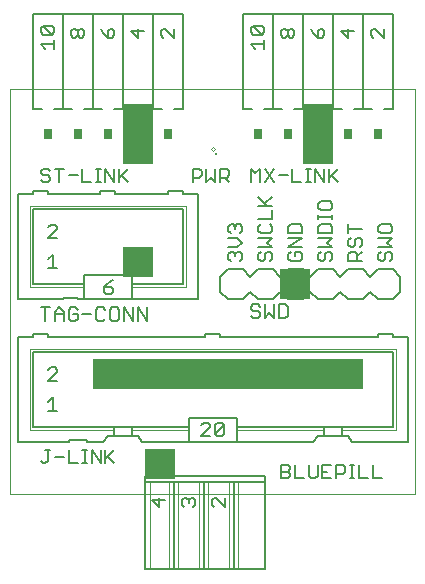
<source format=gto>
G75*
%MOIN*%
%OFA0B0*%
%FSLAX25Y25*%
%IPPOS*%
%LPD*%
%AMOC8*
5,1,8,0,0,1.08239X$1,22.5*
%
%ADD10C,0.00000*%
%ADD11C,0.00500*%
%ADD12R,0.10000X0.10000*%
%ADD13R,0.90000X0.10000*%
%ADD14R,0.10000X0.20000*%
%ADD15C,0.00600*%
%ADD16C,0.00200*%
%ADD17R,0.02600X0.03200*%
%ADD18C,0.00250*%
%ADD19C,0.00984*%
D10*
X0014500Y0026300D02*
X0149500Y0026300D01*
X0149500Y0161300D01*
X0014500Y0161300D01*
X0014500Y0026300D01*
D11*
X0025501Y0036550D02*
X0026251Y0036550D01*
X0027002Y0037301D01*
X0027002Y0041054D01*
X0026251Y0041054D02*
X0027753Y0041054D01*
X0029354Y0038802D02*
X0032356Y0038802D01*
X0033958Y0041054D02*
X0033958Y0036550D01*
X0036960Y0036550D01*
X0038562Y0036550D02*
X0040063Y0036550D01*
X0039312Y0036550D02*
X0039312Y0041054D01*
X0038562Y0041054D02*
X0040063Y0041054D01*
X0041631Y0041054D02*
X0044634Y0036550D01*
X0044634Y0041054D01*
X0046235Y0041054D02*
X0046235Y0036550D01*
X0046235Y0038051D02*
X0049238Y0041054D01*
X0046986Y0038802D02*
X0049238Y0036550D01*
X0041631Y0036550D02*
X0041631Y0041054D01*
X0030253Y0054050D02*
X0027250Y0054050D01*
X0028751Y0054050D02*
X0028751Y0058554D01*
X0027250Y0057053D01*
X0027250Y0064050D02*
X0030253Y0067053D01*
X0030253Y0067803D01*
X0029502Y0068554D01*
X0028001Y0068554D01*
X0027250Y0067803D01*
X0027250Y0064050D02*
X0030253Y0064050D01*
X0029354Y0084050D02*
X0029354Y0087053D01*
X0030855Y0088554D01*
X0032356Y0087053D01*
X0032356Y0084050D01*
X0033958Y0084801D02*
X0034708Y0084050D01*
X0036210Y0084050D01*
X0036960Y0084801D01*
X0036960Y0086302D01*
X0035459Y0086302D01*
X0033958Y0087803D02*
X0033958Y0084801D01*
X0032356Y0086302D02*
X0029354Y0086302D01*
X0027753Y0088554D02*
X0024750Y0088554D01*
X0026251Y0088554D02*
X0026251Y0084050D01*
X0033958Y0087803D02*
X0034708Y0088554D01*
X0036210Y0088554D01*
X0036960Y0087803D01*
X0038562Y0086302D02*
X0041564Y0086302D01*
X0043166Y0087803D02*
X0043166Y0084801D01*
X0043916Y0084050D01*
X0045418Y0084050D01*
X0046168Y0084801D01*
X0047770Y0084801D02*
X0048520Y0084050D01*
X0050022Y0084050D01*
X0050772Y0084801D01*
X0050772Y0087803D01*
X0050022Y0088554D01*
X0048520Y0088554D01*
X0047770Y0087803D01*
X0047770Y0084801D01*
X0046168Y0087803D02*
X0045418Y0088554D01*
X0043916Y0088554D01*
X0043166Y0087803D01*
X0046501Y0093050D02*
X0048002Y0093050D01*
X0048753Y0093801D01*
X0048753Y0094551D01*
X0048002Y0095302D01*
X0045750Y0095302D01*
X0045750Y0093801D01*
X0046501Y0093050D01*
X0045750Y0095302D02*
X0047251Y0096803D01*
X0048753Y0097554D01*
X0052374Y0088554D02*
X0055376Y0084050D01*
X0055376Y0088554D01*
X0056977Y0088554D02*
X0059980Y0084050D01*
X0059980Y0088554D01*
X0056977Y0088554D02*
X0056977Y0084050D01*
X0052374Y0084050D02*
X0052374Y0088554D01*
X0030253Y0101550D02*
X0027250Y0101550D01*
X0028751Y0101550D02*
X0028751Y0106054D01*
X0027250Y0104553D01*
X0027250Y0111550D02*
X0030253Y0114553D01*
X0030253Y0115303D01*
X0029502Y0116054D01*
X0028001Y0116054D01*
X0027250Y0115303D01*
X0027250Y0111550D02*
X0030253Y0111550D01*
X0030855Y0130300D02*
X0030855Y0134804D01*
X0029354Y0134804D02*
X0032356Y0134804D01*
X0033958Y0132552D02*
X0036960Y0132552D01*
X0038562Y0134804D02*
X0038562Y0130300D01*
X0041564Y0130300D01*
X0043166Y0130300D02*
X0044667Y0130300D01*
X0043916Y0130300D02*
X0043916Y0134804D01*
X0043166Y0134804D02*
X0044667Y0134804D01*
X0046235Y0134804D02*
X0049238Y0130300D01*
X0049238Y0134804D01*
X0050839Y0134804D02*
X0050839Y0130300D01*
X0050839Y0131801D02*
X0053841Y0134804D01*
X0051590Y0132552D02*
X0053841Y0130300D01*
X0046235Y0130300D02*
X0046235Y0134804D01*
X0027753Y0134053D02*
X0027002Y0134804D01*
X0025501Y0134804D01*
X0024750Y0134053D01*
X0024750Y0133303D01*
X0025501Y0132552D01*
X0027002Y0132552D01*
X0027753Y0131801D01*
X0027753Y0131051D01*
X0027002Y0130300D01*
X0025501Y0130300D01*
X0024750Y0131051D01*
X0026247Y0174842D02*
X0024746Y0176343D01*
X0029250Y0176343D01*
X0029250Y0174842D02*
X0029250Y0177845D01*
X0028499Y0179446D02*
X0025497Y0182449D01*
X0028499Y0182449D01*
X0029250Y0181698D01*
X0029250Y0180197D01*
X0028499Y0179446D01*
X0025497Y0179446D01*
X0024746Y0180197D01*
X0024746Y0181698D01*
X0025497Y0182449D01*
X0034746Y0180698D02*
X0034746Y0179197D01*
X0035497Y0178446D01*
X0036247Y0178446D01*
X0036998Y0179197D01*
X0036998Y0180698D01*
X0037749Y0181449D01*
X0038499Y0181449D01*
X0039250Y0180698D01*
X0039250Y0179197D01*
X0038499Y0178446D01*
X0037749Y0178446D01*
X0036998Y0179197D01*
X0036998Y0180698D02*
X0036247Y0181449D01*
X0035497Y0181449D01*
X0034746Y0180698D01*
X0044746Y0181449D02*
X0045497Y0179947D01*
X0046998Y0178446D01*
X0046998Y0180698D01*
X0047749Y0181449D01*
X0048499Y0181449D01*
X0049250Y0180698D01*
X0049250Y0179197D01*
X0048499Y0178446D01*
X0046998Y0178446D01*
X0054746Y0180698D02*
X0056998Y0178446D01*
X0056998Y0181449D01*
X0059250Y0180698D02*
X0054746Y0180698D01*
X0064746Y0180698D02*
X0064746Y0179197D01*
X0065497Y0178446D01*
X0064746Y0180698D02*
X0065497Y0181449D01*
X0066247Y0181449D01*
X0069250Y0178446D01*
X0069250Y0181449D01*
X0094746Y0181698D02*
X0095497Y0182449D01*
X0098499Y0179446D01*
X0099250Y0180197D01*
X0099250Y0181698D01*
X0098499Y0182449D01*
X0095497Y0182449D01*
X0094746Y0181698D02*
X0094746Y0180197D01*
X0095497Y0179446D01*
X0098499Y0179446D01*
X0099250Y0177845D02*
X0099250Y0174842D01*
X0099250Y0176343D02*
X0094746Y0176343D01*
X0096247Y0174842D01*
X0104746Y0179197D02*
X0104746Y0180698D01*
X0105497Y0181449D01*
X0106247Y0181449D01*
X0106998Y0180698D01*
X0106998Y0179197D01*
X0106247Y0178446D01*
X0105497Y0178446D01*
X0104746Y0179197D01*
X0106998Y0179197D02*
X0107749Y0178446D01*
X0108499Y0178446D01*
X0109250Y0179197D01*
X0109250Y0180698D01*
X0108499Y0181449D01*
X0107749Y0181449D01*
X0106998Y0180698D01*
X0114746Y0181449D02*
X0115497Y0179947D01*
X0116998Y0178446D01*
X0116998Y0180698D01*
X0117749Y0181449D01*
X0118499Y0181449D01*
X0119250Y0180698D01*
X0119250Y0179197D01*
X0118499Y0178446D01*
X0116998Y0178446D01*
X0124746Y0180698D02*
X0126998Y0178446D01*
X0126998Y0181449D01*
X0129250Y0180698D02*
X0124746Y0180698D01*
X0134746Y0180698D02*
X0134746Y0179197D01*
X0135497Y0178446D01*
X0134746Y0180698D02*
X0135497Y0181449D01*
X0136247Y0181449D01*
X0139250Y0178446D01*
X0139250Y0181449D01*
X0123841Y0134804D02*
X0120839Y0131801D01*
X0121590Y0132552D02*
X0123841Y0130300D01*
X0120839Y0130300D02*
X0120839Y0134804D01*
X0119238Y0134804D02*
X0119238Y0130300D01*
X0116235Y0134804D01*
X0116235Y0130300D01*
X0114667Y0130300D02*
X0113166Y0130300D01*
X0113916Y0130300D02*
X0113916Y0134804D01*
X0113166Y0134804D02*
X0114667Y0134804D01*
X0111564Y0130300D02*
X0108562Y0130300D01*
X0108562Y0134804D01*
X0106960Y0132552D02*
X0103958Y0132552D01*
X0102356Y0134804D02*
X0099354Y0130300D01*
X0097753Y0130300D02*
X0097753Y0134804D01*
X0096251Y0133303D01*
X0094750Y0134804D01*
X0094750Y0130300D01*
X0097246Y0125468D02*
X0100249Y0122466D01*
X0099498Y0123216D02*
X0101750Y0125468D01*
X0101750Y0122466D02*
X0097246Y0122466D01*
X0097246Y0117862D02*
X0101750Y0117862D01*
X0101750Y0120864D01*
X0100999Y0116260D02*
X0101750Y0115510D01*
X0101750Y0114008D01*
X0100999Y0113258D01*
X0097997Y0113258D01*
X0097246Y0114008D01*
X0097246Y0115510D01*
X0097997Y0116260D01*
X0097246Y0111656D02*
X0101750Y0111656D01*
X0100249Y0110155D01*
X0101750Y0108654D01*
X0097246Y0108654D01*
X0097997Y0107053D02*
X0097246Y0106302D01*
X0097246Y0104801D01*
X0097997Y0104050D01*
X0098747Y0104050D01*
X0099498Y0104801D01*
X0099498Y0106302D01*
X0100249Y0107053D01*
X0100999Y0107053D01*
X0101750Y0106302D01*
X0101750Y0104801D01*
X0100999Y0104050D01*
X0107246Y0104801D02*
X0107997Y0104050D01*
X0110999Y0104050D01*
X0111750Y0104801D01*
X0111750Y0106302D01*
X0110999Y0107053D01*
X0109498Y0107053D01*
X0109498Y0105551D01*
X0107997Y0107053D02*
X0107246Y0106302D01*
X0107246Y0104801D01*
X0107246Y0108654D02*
X0111750Y0111656D01*
X0107246Y0111656D01*
X0107246Y0113258D02*
X0107246Y0115510D01*
X0107997Y0116260D01*
X0110999Y0116260D01*
X0111750Y0115510D01*
X0111750Y0113258D01*
X0107246Y0113258D01*
X0107246Y0108654D02*
X0111750Y0108654D01*
X0117246Y0108654D02*
X0121750Y0108654D01*
X0120249Y0110155D01*
X0121750Y0111656D01*
X0117246Y0111656D01*
X0117246Y0113258D02*
X0117246Y0115510D01*
X0117997Y0116260D01*
X0120999Y0116260D01*
X0121750Y0115510D01*
X0121750Y0113258D01*
X0117246Y0113258D01*
X0117246Y0117862D02*
X0117246Y0119363D01*
X0117246Y0118612D02*
X0121750Y0118612D01*
X0121750Y0117862D02*
X0121750Y0119363D01*
X0120999Y0120931D02*
X0121750Y0121682D01*
X0121750Y0123183D01*
X0120999Y0123934D01*
X0117997Y0123934D01*
X0117246Y0123183D01*
X0117246Y0121682D01*
X0117997Y0120931D01*
X0120999Y0120931D01*
X0127246Y0116260D02*
X0127246Y0113258D01*
X0127246Y0114759D02*
X0131750Y0114759D01*
X0130999Y0111656D02*
X0131750Y0110906D01*
X0131750Y0109405D01*
X0130999Y0108654D01*
X0129498Y0109405D02*
X0129498Y0110906D01*
X0130249Y0111656D01*
X0130999Y0111656D01*
X0129498Y0109405D02*
X0128747Y0108654D01*
X0127997Y0108654D01*
X0127246Y0109405D01*
X0127246Y0110906D01*
X0127997Y0111656D01*
X0127997Y0107053D02*
X0129498Y0107053D01*
X0130249Y0106302D01*
X0130249Y0104050D01*
X0131750Y0104050D02*
X0127246Y0104050D01*
X0127246Y0106302D01*
X0127997Y0107053D01*
X0130249Y0105551D02*
X0131750Y0107053D01*
X0137246Y0106302D02*
X0137246Y0104801D01*
X0137997Y0104050D01*
X0138747Y0104050D01*
X0139498Y0104801D01*
X0139498Y0106302D01*
X0140249Y0107053D01*
X0140999Y0107053D01*
X0141750Y0106302D01*
X0141750Y0104801D01*
X0140999Y0104050D01*
X0137997Y0107053D02*
X0137246Y0106302D01*
X0137246Y0108654D02*
X0141750Y0108654D01*
X0140249Y0110155D01*
X0141750Y0111656D01*
X0137246Y0111656D01*
X0137997Y0113258D02*
X0137246Y0114008D01*
X0137246Y0115510D01*
X0137997Y0116260D01*
X0140999Y0116260D01*
X0141750Y0115510D01*
X0141750Y0114008D01*
X0140999Y0113258D01*
X0137997Y0113258D01*
X0121750Y0106302D02*
X0121750Y0104801D01*
X0120999Y0104050D01*
X0119498Y0104801D02*
X0119498Y0106302D01*
X0120249Y0107053D01*
X0120999Y0107053D01*
X0121750Y0106302D01*
X0119498Y0104801D02*
X0118747Y0104050D01*
X0117997Y0104050D01*
X0117246Y0104801D01*
X0117246Y0106302D01*
X0117997Y0107053D01*
X0106210Y0089554D02*
X0103958Y0089554D01*
X0103958Y0085050D01*
X0106210Y0085050D01*
X0106960Y0085801D01*
X0106960Y0088803D01*
X0106210Y0089554D01*
X0102356Y0089554D02*
X0102356Y0085050D01*
X0100855Y0086551D01*
X0099354Y0085050D01*
X0099354Y0089554D01*
X0097753Y0088803D02*
X0097002Y0089554D01*
X0095501Y0089554D01*
X0094750Y0088803D01*
X0094750Y0088053D01*
X0095501Y0087302D01*
X0097002Y0087302D01*
X0097753Y0086551D01*
X0097753Y0085801D01*
X0097002Y0085050D01*
X0095501Y0085050D01*
X0094750Y0085801D01*
X0090999Y0104050D02*
X0091750Y0104801D01*
X0091750Y0106302D01*
X0090999Y0107053D01*
X0090249Y0107053D01*
X0089498Y0106302D01*
X0089498Y0105551D01*
X0089498Y0106302D02*
X0088747Y0107053D01*
X0087997Y0107053D01*
X0087246Y0106302D01*
X0087246Y0104801D01*
X0087997Y0104050D01*
X0087246Y0108654D02*
X0090249Y0108654D01*
X0091750Y0110155D01*
X0090249Y0111656D01*
X0087246Y0111656D01*
X0087997Y0113258D02*
X0087246Y0114008D01*
X0087246Y0115510D01*
X0087997Y0116260D01*
X0088747Y0116260D01*
X0089498Y0115510D01*
X0090249Y0116260D01*
X0090999Y0116260D01*
X0091750Y0115510D01*
X0091750Y0114008D01*
X0090999Y0113258D01*
X0089498Y0114759D02*
X0089498Y0115510D01*
X0087555Y0130300D02*
X0086053Y0131801D01*
X0086804Y0131801D02*
X0084552Y0131801D01*
X0084552Y0130300D02*
X0084552Y0134804D01*
X0086804Y0134804D01*
X0087555Y0134053D01*
X0087555Y0132552D01*
X0086804Y0131801D01*
X0082951Y0130300D02*
X0082951Y0134804D01*
X0081449Y0131801D02*
X0082951Y0130300D01*
X0081449Y0131801D02*
X0079948Y0130300D01*
X0079948Y0134804D01*
X0078347Y0134053D02*
X0078347Y0132552D01*
X0077596Y0131801D01*
X0075344Y0131801D01*
X0075344Y0130300D02*
X0075344Y0134804D01*
X0077596Y0134804D01*
X0078347Y0134053D01*
X0099354Y0134804D02*
X0102356Y0130300D01*
X0085106Y0050054D02*
X0083605Y0050054D01*
X0082854Y0049303D01*
X0082854Y0046301D01*
X0085856Y0049303D01*
X0085856Y0046301D01*
X0085106Y0045550D01*
X0083605Y0045550D01*
X0082854Y0046301D01*
X0081253Y0045550D02*
X0078250Y0045550D01*
X0081253Y0048553D01*
X0081253Y0049303D01*
X0080502Y0050054D01*
X0079001Y0050054D01*
X0078250Y0049303D01*
X0085106Y0050054D02*
X0085856Y0049303D01*
X0104750Y0036054D02*
X0104750Y0031550D01*
X0107002Y0031550D01*
X0107753Y0032301D01*
X0107753Y0033051D01*
X0107002Y0033802D01*
X0104750Y0033802D01*
X0104750Y0036054D02*
X0107002Y0036054D01*
X0107753Y0035303D01*
X0107753Y0034553D01*
X0107002Y0033802D01*
X0109354Y0036054D02*
X0109354Y0031550D01*
X0112356Y0031550D01*
X0113958Y0032301D02*
X0114708Y0031550D01*
X0116210Y0031550D01*
X0116960Y0032301D01*
X0116960Y0036054D01*
X0118562Y0036054D02*
X0118562Y0031550D01*
X0121564Y0031550D01*
X0123166Y0031550D02*
X0123166Y0036054D01*
X0125418Y0036054D01*
X0126168Y0035303D01*
X0126168Y0033802D01*
X0125418Y0033051D01*
X0123166Y0033051D01*
X0120063Y0033802D02*
X0118562Y0033802D01*
X0118562Y0036054D02*
X0121564Y0036054D01*
X0127770Y0036054D02*
X0129271Y0036054D01*
X0128520Y0036054D02*
X0128520Y0031550D01*
X0127770Y0031550D02*
X0129271Y0031550D01*
X0130839Y0031550D02*
X0133841Y0031550D01*
X0135443Y0031550D02*
X0138445Y0031550D01*
X0135443Y0031550D02*
X0135443Y0036054D01*
X0130839Y0036054D02*
X0130839Y0031550D01*
X0113958Y0032301D02*
X0113958Y0036054D01*
X0086250Y0024949D02*
X0086250Y0021946D01*
X0083247Y0024949D01*
X0082497Y0024949D01*
X0081746Y0024198D01*
X0081746Y0022697D01*
X0082497Y0021946D01*
X0076250Y0022697D02*
X0075499Y0021946D01*
X0076250Y0022697D02*
X0076250Y0024198D01*
X0075499Y0024949D01*
X0074749Y0024949D01*
X0073998Y0024198D01*
X0073998Y0023447D01*
X0073998Y0024198D02*
X0073247Y0024949D01*
X0072497Y0024949D01*
X0071746Y0024198D01*
X0071746Y0022697D01*
X0072497Y0021946D01*
X0066250Y0024198D02*
X0061746Y0024198D01*
X0063998Y0021946D01*
X0063998Y0024949D01*
X0025501Y0036550D02*
X0024750Y0037301D01*
D12*
X0064500Y0036300D03*
X0109500Y0096300D03*
X0057000Y0103800D03*
D13*
X0087000Y0066300D03*
D14*
X0057000Y0146300D03*
X0117000Y0146300D03*
D15*
X0115000Y0154800D02*
X0112000Y0154800D01*
X0109000Y0154800D01*
X0112000Y0154800D02*
X0112000Y0186300D01*
X0102000Y0186300D01*
X0092000Y0186300D01*
X0092000Y0154800D01*
X0095000Y0154800D01*
X0099000Y0154800D02*
X0102000Y0154800D01*
X0105000Y0154800D01*
X0102000Y0154800D02*
X0102000Y0186300D01*
X0112000Y0186300D02*
X0122000Y0186300D01*
X0132000Y0186300D01*
X0142000Y0186300D01*
X0142000Y0154800D01*
X0139000Y0154800D01*
X0135000Y0154800D02*
X0132000Y0154800D01*
X0129000Y0154800D01*
X0132000Y0154800D02*
X0132000Y0186300D01*
X0122000Y0186300D02*
X0122000Y0154800D01*
X0119000Y0154800D01*
X0122000Y0154800D02*
X0125000Y0154800D01*
X0127000Y0101300D02*
X0132000Y0101300D01*
X0134500Y0098800D01*
X0137000Y0101300D01*
X0142000Y0101300D01*
X0144500Y0098800D01*
X0144500Y0093800D01*
X0142000Y0091300D01*
X0137000Y0091300D01*
X0134500Y0093800D01*
X0132000Y0091300D01*
X0127000Y0091300D01*
X0124500Y0093800D01*
X0122000Y0091300D01*
X0117000Y0091300D01*
X0114500Y0093800D01*
X0112000Y0091300D01*
X0107000Y0091300D01*
X0104500Y0093800D01*
X0102000Y0091300D01*
X0097000Y0091300D01*
X0094500Y0093800D01*
X0092000Y0091300D01*
X0087000Y0091300D01*
X0084500Y0093800D01*
X0084500Y0098800D01*
X0087000Y0101300D01*
X0092000Y0101300D01*
X0094500Y0098800D01*
X0097000Y0101300D01*
X0102000Y0101300D01*
X0104500Y0098800D01*
X0107000Y0101300D01*
X0112000Y0101300D01*
X0114500Y0098800D01*
X0117000Y0101300D01*
X0122000Y0101300D01*
X0124500Y0098800D01*
X0127000Y0101300D01*
X0137000Y0079800D02*
X0137000Y0078800D01*
X0084500Y0078800D01*
X0084500Y0079800D01*
X0079500Y0079800D01*
X0079500Y0078800D01*
X0027000Y0078800D01*
X0027000Y0079800D01*
X0022000Y0079800D01*
X0022000Y0078800D01*
X0017000Y0078800D01*
X0017000Y0043800D01*
X0034000Y0043800D01*
X0034000Y0044300D01*
X0040000Y0044300D01*
X0040000Y0043800D01*
X0045500Y0043800D01*
X0047000Y0045800D01*
X0049000Y0045800D01*
X0055000Y0045800D01*
X0057000Y0045800D01*
X0058500Y0043800D01*
X0074000Y0043800D01*
X0074000Y0047800D01*
X0074000Y0048800D01*
X0055000Y0048800D01*
X0049000Y0048800D01*
X0022000Y0048800D01*
X0022000Y0073800D01*
X0142000Y0073800D01*
X0142000Y0048800D01*
X0125000Y0048800D01*
X0119000Y0048800D01*
X0090000Y0048800D01*
X0090000Y0047800D01*
X0090000Y0043800D01*
X0074000Y0043800D01*
X0074000Y0048800D02*
X0074000Y0051800D01*
X0090000Y0051800D01*
X0090000Y0048800D01*
X0090000Y0043800D02*
X0115500Y0043800D01*
X0117000Y0045800D01*
X0119000Y0045800D01*
X0125000Y0045800D01*
X0125000Y0047800D01*
X0125000Y0048800D01*
X0125000Y0045800D02*
X0127000Y0045800D01*
X0128500Y0043800D01*
X0147000Y0043800D01*
X0147000Y0078800D01*
X0142000Y0078800D01*
X0142000Y0079800D01*
X0137000Y0079800D01*
X0119000Y0048800D02*
X0119000Y0047800D01*
X0119000Y0045800D01*
X0099500Y0032300D02*
X0099500Y0030300D01*
X0090500Y0030300D01*
X0089000Y0030300D01*
X0089000Y0001300D01*
X0087500Y0001300D01*
X0080500Y0001300D01*
X0079000Y0001300D01*
X0079000Y0030300D01*
X0077500Y0030300D01*
X0070500Y0030300D01*
X0069000Y0030300D01*
X0069000Y0001300D01*
X0067500Y0001300D01*
X0061000Y0001300D01*
X0059500Y0001300D01*
X0059500Y0030300D01*
X0059500Y0032300D01*
X0099500Y0032300D01*
X0099500Y0030300D02*
X0099500Y0001300D01*
X0090500Y0001300D01*
X0089000Y0001300D01*
X0079000Y0001300D02*
X0077500Y0001300D01*
X0070500Y0001300D01*
X0069000Y0001300D01*
X0069000Y0030300D02*
X0067500Y0030300D01*
X0061000Y0030300D01*
X0059500Y0030300D01*
X0055000Y0045800D02*
X0055000Y0047800D01*
X0055000Y0048800D01*
X0049000Y0048800D02*
X0049000Y0047800D01*
X0049000Y0045800D01*
X0079000Y0030300D02*
X0080500Y0030300D01*
X0087500Y0030300D01*
X0089000Y0030300D01*
X0077000Y0091300D02*
X0055000Y0091300D01*
X0055000Y0095300D01*
X0055000Y0096300D01*
X0072000Y0096300D01*
X0072000Y0121300D01*
X0022000Y0121300D01*
X0022000Y0096300D01*
X0039000Y0096300D01*
X0039000Y0095300D01*
X0039000Y0091300D01*
X0037000Y0091300D01*
X0037000Y0091800D01*
X0032000Y0091800D01*
X0032000Y0091300D01*
X0017000Y0091300D01*
X0017000Y0126300D01*
X0022000Y0126300D01*
X0022000Y0127300D01*
X0027000Y0127300D01*
X0027000Y0126300D01*
X0044500Y0126300D01*
X0044500Y0127300D01*
X0049500Y0127300D01*
X0049500Y0126300D01*
X0067000Y0126300D01*
X0067000Y0127300D01*
X0072000Y0127300D01*
X0072000Y0126300D01*
X0077000Y0126300D01*
X0077000Y0091300D01*
X0055000Y0091300D02*
X0039000Y0091300D01*
X0039000Y0096300D02*
X0039000Y0099300D01*
X0055000Y0099300D01*
X0055000Y0096300D01*
X0055000Y0154800D02*
X0052000Y0154800D01*
X0049000Y0154800D01*
X0052000Y0154800D02*
X0052000Y0186300D01*
X0042000Y0186300D01*
X0032000Y0186300D01*
X0022000Y0186300D01*
X0022000Y0154800D01*
X0025000Y0154800D01*
X0029000Y0154800D02*
X0032000Y0154800D01*
X0035000Y0154800D01*
X0032000Y0154800D02*
X0032000Y0186300D01*
X0042000Y0186300D02*
X0042000Y0154800D01*
X0039000Y0154800D01*
X0042000Y0154800D02*
X0045000Y0154800D01*
X0059000Y0154800D02*
X0062000Y0154800D01*
X0062000Y0186300D01*
X0072000Y0186300D01*
X0072000Y0154800D01*
X0069000Y0154800D01*
X0065000Y0154800D02*
X0062000Y0154800D01*
X0062000Y0186300D02*
X0052000Y0186300D01*
D16*
X0073000Y0122300D02*
X0021000Y0122300D01*
X0021000Y0095300D01*
X0039000Y0095300D01*
X0055000Y0095300D02*
X0073000Y0095300D01*
X0073000Y0122300D01*
X0021000Y0074800D02*
X0021000Y0047800D01*
X0049000Y0047800D01*
X0055000Y0047800D02*
X0074000Y0047800D01*
X0090000Y0047800D02*
X0119000Y0047800D01*
X0125000Y0047800D02*
X0143000Y0047800D01*
X0143000Y0074800D01*
X0021000Y0074800D01*
X0061000Y0030300D02*
X0061000Y0001300D01*
X0067500Y0001300D02*
X0067500Y0030300D01*
X0070500Y0030300D02*
X0070500Y0001300D01*
X0077500Y0001300D02*
X0077500Y0030300D01*
X0080500Y0030300D02*
X0080500Y0001300D01*
X0087500Y0001300D02*
X0087500Y0030300D01*
X0090500Y0030300D02*
X0090500Y0001300D01*
D17*
X0097000Y0146300D03*
X0107000Y0146300D03*
X0117000Y0146300D03*
X0127000Y0146300D03*
X0137000Y0146300D03*
X0067000Y0146300D03*
X0057000Y0146300D03*
X0047000Y0146300D03*
X0037000Y0146300D03*
X0027000Y0146300D03*
D18*
X0081409Y0141300D02*
X0082098Y0141989D01*
X0082689Y0141398D01*
X0082000Y0140709D01*
X0081409Y0141300D01*
D19*
X0083083Y0139725D03*
M02*

</source>
